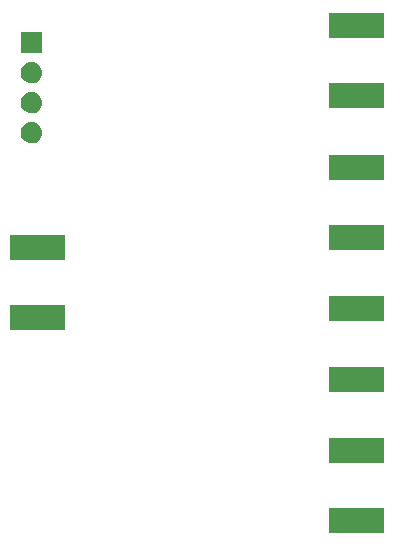
<source format=gbs>
G04 #@! TF.FileFunction,Soldermask,Bot*
%FSLAX46Y46*%
G04 Gerber Fmt 4.6, Leading zero omitted, Abs format (unit mm)*
G04 Created by KiCad (PCBNEW 4.0.6-e0-6349~53~ubuntu14.04.1) date Thu Apr 13 01:04:39 2017*
%MOMM*%
%LPD*%
G01*
G04 APERTURE LIST*
%ADD10C,0.100000*%
G04 APERTURE END LIST*
D10*
G36*
X128813500Y-156013500D02*
X124186500Y-156013500D01*
X124186500Y-153886500D01*
X128813500Y-153886500D01*
X128813500Y-156013500D01*
X128813500Y-156013500D01*
G37*
G36*
X128813500Y-150063500D02*
X124186500Y-150063500D01*
X124186500Y-147936500D01*
X128813500Y-147936500D01*
X128813500Y-150063500D01*
X128813500Y-150063500D01*
G37*
G36*
X128813500Y-144013500D02*
X124186500Y-144013500D01*
X124186500Y-141886500D01*
X128813500Y-141886500D01*
X128813500Y-144013500D01*
X128813500Y-144013500D01*
G37*
G36*
X101813500Y-138788500D02*
X97186500Y-138788500D01*
X97186500Y-136661500D01*
X101813500Y-136661500D01*
X101813500Y-138788500D01*
X101813500Y-138788500D01*
G37*
G36*
X128813500Y-138063500D02*
X124186500Y-138063500D01*
X124186500Y-135936500D01*
X128813500Y-135936500D01*
X128813500Y-138063500D01*
X128813500Y-138063500D01*
G37*
G36*
X101813500Y-132838500D02*
X97186500Y-132838500D01*
X97186500Y-130711500D01*
X101813500Y-130711500D01*
X101813500Y-132838500D01*
X101813500Y-132838500D01*
G37*
G36*
X128813500Y-132038500D02*
X124186500Y-132038500D01*
X124186500Y-129911500D01*
X128813500Y-129911500D01*
X128813500Y-132038500D01*
X128813500Y-132038500D01*
G37*
G36*
X128813500Y-126088500D02*
X124186500Y-126088500D01*
X124186500Y-123961500D01*
X128813500Y-123961500D01*
X128813500Y-126088500D01*
X128813500Y-126088500D01*
G37*
G36*
X99014948Y-121166573D02*
X99014952Y-121166573D01*
X99017174Y-121166589D01*
X99194347Y-121186462D01*
X99364286Y-121240370D01*
X99520517Y-121326259D01*
X99657091Y-121440858D01*
X99768804Y-121579801D01*
X99851402Y-121737797D01*
X99901739Y-121908827D01*
X99901742Y-121908864D01*
X99901745Y-121908873D01*
X99917899Y-122086376D01*
X99899269Y-122263635D01*
X99899266Y-122263644D01*
X99899262Y-122263685D01*
X99846542Y-122433995D01*
X99761746Y-122590823D01*
X99648103Y-122728193D01*
X99509943Y-122840874D01*
X99352528Y-122924573D01*
X99181853Y-122976103D01*
X99004420Y-122993500D01*
X98995552Y-122993500D01*
X98985052Y-122993427D01*
X98985048Y-122993427D01*
X98982826Y-122993411D01*
X98805653Y-122973538D01*
X98635714Y-122919630D01*
X98479483Y-122833741D01*
X98342909Y-122719142D01*
X98231196Y-122580199D01*
X98148598Y-122422203D01*
X98098261Y-122251173D01*
X98098258Y-122251136D01*
X98098255Y-122251127D01*
X98082101Y-122073624D01*
X98100731Y-121896365D01*
X98100734Y-121896356D01*
X98100738Y-121896315D01*
X98153458Y-121726005D01*
X98238254Y-121569177D01*
X98351897Y-121431807D01*
X98490057Y-121319126D01*
X98647472Y-121235427D01*
X98818147Y-121183897D01*
X98995580Y-121166500D01*
X99004448Y-121166500D01*
X99014948Y-121166573D01*
X99014948Y-121166573D01*
G37*
G36*
X99014948Y-118626573D02*
X99014952Y-118626573D01*
X99017174Y-118626589D01*
X99194347Y-118646462D01*
X99364286Y-118700370D01*
X99520517Y-118786259D01*
X99657091Y-118900858D01*
X99768804Y-119039801D01*
X99851402Y-119197797D01*
X99901739Y-119368827D01*
X99901742Y-119368864D01*
X99901745Y-119368873D01*
X99917899Y-119546376D01*
X99899269Y-119723635D01*
X99899266Y-119723644D01*
X99899262Y-119723685D01*
X99846542Y-119893995D01*
X99761746Y-120050823D01*
X99648103Y-120188193D01*
X99509943Y-120300874D01*
X99352528Y-120384573D01*
X99181853Y-120436103D01*
X99004420Y-120453500D01*
X98995552Y-120453500D01*
X98985052Y-120453427D01*
X98985048Y-120453427D01*
X98982826Y-120453411D01*
X98805653Y-120433538D01*
X98635714Y-120379630D01*
X98479483Y-120293741D01*
X98342909Y-120179142D01*
X98231196Y-120040199D01*
X98148598Y-119882203D01*
X98098261Y-119711173D01*
X98098258Y-119711136D01*
X98098255Y-119711127D01*
X98082101Y-119533624D01*
X98100731Y-119356365D01*
X98100734Y-119356356D01*
X98100738Y-119356315D01*
X98153458Y-119186005D01*
X98238254Y-119029177D01*
X98351897Y-118891807D01*
X98490057Y-118779126D01*
X98647472Y-118695427D01*
X98818147Y-118643897D01*
X98995580Y-118626500D01*
X99004448Y-118626500D01*
X99014948Y-118626573D01*
X99014948Y-118626573D01*
G37*
G36*
X128813500Y-120038500D02*
X124186500Y-120038500D01*
X124186500Y-117911500D01*
X128813500Y-117911500D01*
X128813500Y-120038500D01*
X128813500Y-120038500D01*
G37*
G36*
X99014948Y-116086573D02*
X99014952Y-116086573D01*
X99017174Y-116086589D01*
X99194347Y-116106462D01*
X99364286Y-116160370D01*
X99520517Y-116246259D01*
X99657091Y-116360858D01*
X99768804Y-116499801D01*
X99851402Y-116657797D01*
X99901739Y-116828827D01*
X99901742Y-116828864D01*
X99901745Y-116828873D01*
X99917899Y-117006376D01*
X99899269Y-117183635D01*
X99899266Y-117183644D01*
X99899262Y-117183685D01*
X99846542Y-117353995D01*
X99761746Y-117510823D01*
X99648103Y-117648193D01*
X99509943Y-117760874D01*
X99352528Y-117844573D01*
X99181853Y-117896103D01*
X99004420Y-117913500D01*
X98995552Y-117913500D01*
X98985052Y-117913427D01*
X98985048Y-117913427D01*
X98982826Y-117913411D01*
X98805653Y-117893538D01*
X98635714Y-117839630D01*
X98479483Y-117753741D01*
X98342909Y-117639142D01*
X98231196Y-117500199D01*
X98148598Y-117342203D01*
X98098261Y-117171173D01*
X98098258Y-117171136D01*
X98098255Y-117171127D01*
X98082101Y-116993624D01*
X98100731Y-116816365D01*
X98100734Y-116816356D01*
X98100738Y-116816315D01*
X98153458Y-116646005D01*
X98238254Y-116489177D01*
X98351897Y-116351807D01*
X98490057Y-116239126D01*
X98647472Y-116155427D01*
X98818147Y-116103897D01*
X98995580Y-116086500D01*
X99004448Y-116086500D01*
X99014948Y-116086573D01*
X99014948Y-116086573D01*
G37*
G36*
X99913500Y-115373500D02*
X98086500Y-115373500D01*
X98086500Y-113546500D01*
X99913500Y-113546500D01*
X99913500Y-115373500D01*
X99913500Y-115373500D01*
G37*
G36*
X128813500Y-114088500D02*
X124186500Y-114088500D01*
X124186500Y-111961500D01*
X128813500Y-111961500D01*
X128813500Y-114088500D01*
X128813500Y-114088500D01*
G37*
M02*

</source>
